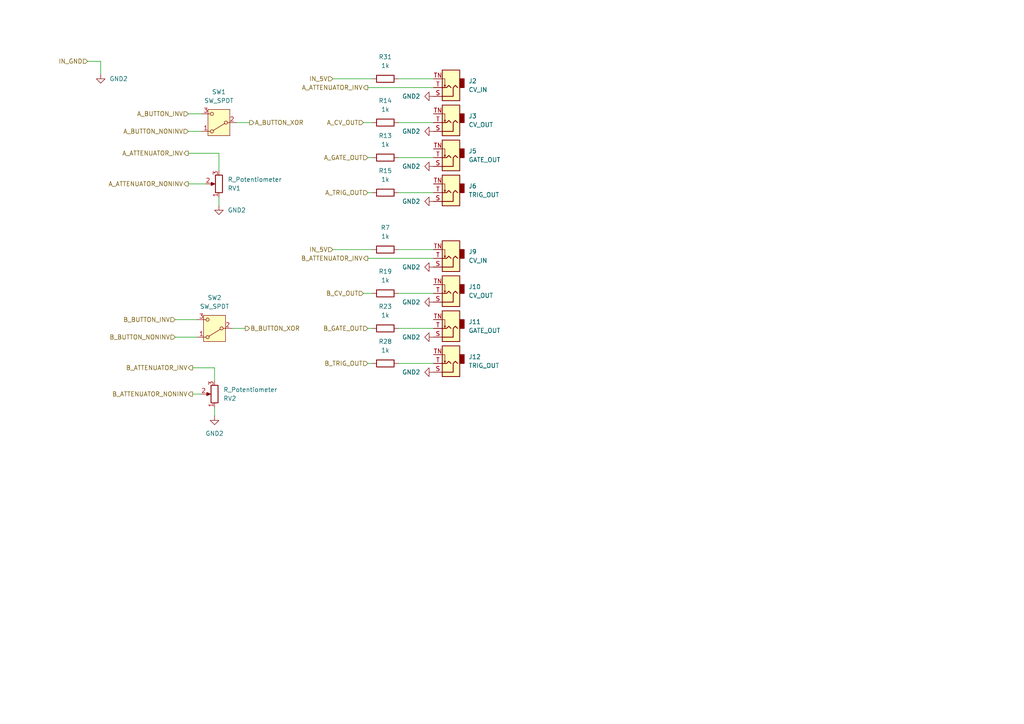
<source format=kicad_sch>
(kicad_sch (version 20231120) (generator "eeschema") (generator_version "8.0")
  (paper "A4")
  (lib_symbols
    (symbol "Connector_Audio:AudioJack2_SwitchT"
      (property "Reference" "J" (at 0 8.89 0))
      (property "Value" "AudioJack2_SwitchT" (at 0 6.35 0))
      (symbol "AudioJack2_SwitchT_0_1"
        (rectangle (start -2.54 0) (end -3.81 -2.54) (stroke (width 0.254)) (fill (type outline)))
        (polyline (pts (xy 1.778 -0.254) (xy 2.032 -0.762)))
        (polyline (pts (xy 0 0) (xy 0.635 -0.635) (xy 1.27 0) (xy 2.54 0)) (stroke (width 0.254)))
        (polyline (pts (xy 2.54 -2.54) (xy 1.778 -2.54) (xy 1.778 -0.254) (xy 1.524 -0.762)))
        (polyline (pts (xy 2.54 2.54) (xy -0.635 2.54) (xy -0.635 0) (xy -1.27 -0.635) (xy -1.905 0)) (stroke (width 0.254)))
        (rectangle (start 2.54 3.81) (end -2.54 -5.08) (stroke (width 0.254)) (fill (type background)))
      )
      (symbol "AudioJack2_SwitchT_1_1"
        (pin passive line (at 5.08 2.54 180) (length 2.54) (name "~") (number "S"))
        (pin passive line (at 5.08 0 180) (length 2.54) (name "~") (number "T"))
        (pin passive line (at 5.08 -2.54 180) (length 2.54) (name "~") (number "TN"))
      )
    )
    (symbol "Device:R" (pin_numbers hide) (pin_names (offset 0))
      (property "Reference" "R" (at 2.032 0 90))
      (property "Value" "R" (at 0 0 90))
      (symbol "R_0_1"
        (rectangle (start -1.016 -2.54) (end 1.016 2.54) (stroke (width 0.254)))
      )
      (symbol "R_1_1"
        (pin passive line (at 0 3.81 270) (length 1.27) (name "~") (number "1"))
        (pin passive line (at 0 -3.81 90) (length 1.27) (name "~") (number "2"))
      )
    )
    (symbol "Device:R_Potentiometer" (pin_names (offset 1.016) hide)
      (property "Reference" "RV" (at -4.445 0 90))
      (property "Value" "R_Potentiometer" (at -2.54 0 90))
      (symbol "R_Potentiometer_0_1"
        (polyline (pts (xy 2.54 0) (xy 1.524 0)))
        (polyline (pts (xy 1.143 0) (xy 2.286 0.508) (xy 2.286 -0.508) (xy 1.143 0)) (fill (type outline)))
        (rectangle (start 1.016 2.54) (end -1.016 -2.54) (stroke (width 0.254)))
      )
      (symbol "R_Potentiometer_1_1"
        (pin passive line (at 0 3.81 270) (length 1.27) (name "1") (number "1"))
        (pin passive line (at 3.81 0 180) (length 1.27) (name "2") (number "2"))
        (pin passive line (at 0 -3.81 90) (length 1.27) (name "3") (number "3"))
      )
    )
    (symbol "Switch:SW_SPDT" (pin_names (offset 0) hide)
      (property "Reference" "SW" (at 0 5.08 0))
      (property "Value" "SW_SPDT" (at 0 -5.08 0))
      (symbol "SW_SPDT_0_1"
        (circle (center -2.032 0) (radius 0.4572))
        (polyline (pts (xy -1.651 0.254) (xy 1.651 2.286)))
        (circle (center 2.032 -2.54) (radius 0.4572))
        (circle (center 2.032 2.54) (radius 0.4572))
      )
      (symbol "SW_SPDT_1_1"
        (rectangle (start -3.175 3.81) (end 3.175 -3.81) (fill (type background)))
        (pin passive line (at 5.08 2.54 180) (length 2.54) (name "A") (number "1"))
        (pin passive line (at -5.08 0 0) (length 2.54) (name "B") (number "2"))
        (pin passive line (at 5.08 -2.54 180) (length 2.54) (name "C") (number "3"))
      )
    )
    (symbol "power:GND2" (power) (pin_numbers hide) (pin_names (offset 0) hide)
      (property "Value" "GND2" (at 0 -3.81 0))
      (symbol "GND2_0_1"
        (polyline (pts (xy 0 0) (xy 0 -1.27) (xy 1.27 -1.27) (xy 0 -2.54) (xy -1.27 -1.27) (xy 0 -1.27)))
      )
      (symbol "GND2_1_1"
        (pin power_in line (at 0 0 270) (length 0) (name "~") (number "1"))
      )
    )
  )
  (wire (pts (xy 29.21 17.78) (xy 25.4 17.78)))
  (wire (pts (xy 63.5 44.45) (xy 63.5 49.53)))
  (wire (pts (xy 67.31 95.25) (xy 71.12 95.25)))
  (wire (pts (xy 62.23 118.11) (xy 62.23 120.65)))
  (wire (pts (xy 54.61 44.45) (xy 63.5 44.45)))
  (wire (pts (xy 115.57 85.09) (xy 125.73 85.09)))
  (wire (pts (xy 106.68 105.41) (xy 107.95 105.41)))
  (wire (pts (xy 106.68 74.93) (xy 125.73 74.93)))
  (wire (pts (xy 62.23 106.68) (xy 62.23 110.49)))
  (wire (pts (xy 54.61 38.1) (xy 58.42 38.1)))
  (wire (pts (xy 50.8 97.79) (xy 57.15 97.79)))
  (wire (pts (xy 125.73 25.4) (xy 106.68 25.4)))
  (wire (pts (xy 115.57 72.39) (xy 125.73 72.39)))
  (wire (pts (xy 63.5 57.15) (xy 63.5 59.69)))
  (wire (pts (xy 55.88 114.3) (xy 58.42 114.3)))
  (wire (pts (xy 115.57 95.25) (xy 125.73 95.25)))
  (wire (pts (xy 115.57 55.88) (xy 125.73 55.88)))
  (wire (pts (xy 115.57 105.41) (xy 125.73 105.41)))
  (wire (pts (xy 106.68 55.88) (xy 107.95 55.88)))
  (wire (pts (xy 96.52 72.39) (xy 107.95 72.39)))
  (wire (pts (xy 29.21 21.59) (xy 29.21 17.78)))
  (wire (pts (xy 115.57 35.56) (xy 125.73 35.56)))
  (wire (pts (xy 54.61 53.34) (xy 59.69 53.34)))
  (wire (pts (xy 107.95 35.56) (xy 105.41 35.56)))
  (wire (pts (xy 96.52 22.86) (xy 107.95 22.86)))
  (wire (pts (xy 115.57 22.86) (xy 125.73 22.86)))
  (wire (pts (xy 107.95 85.09) (xy 105.41 85.09)))
  (wire (pts (xy 115.57 45.72) (xy 125.73 45.72)))
  (wire (pts (xy 50.8 92.71) (xy 57.15 92.71)))
  (wire (pts (xy 106.68 95.25) (xy 107.95 95.25)))
  (wire (pts (xy 68.58 35.56) (xy 72.39 35.56)))
  (wire (pts (xy 54.61 33.02) (xy 58.42 33.02)))
  (wire (pts (xy 55.88 106.68) (xy 62.23 106.68)))
  (wire (pts (xy 106.68 45.72) (xy 107.95 45.72)))
  (hierarchical_label "IN_GND" (shape input) (at 25.4 17.78 180))
  (hierarchical_label "B_ATTENUATOR_INV" (shape output) (at 55.88 106.68 180))
  (hierarchical_label "A_BUTTON_INV" (shape input) (at 54.61 33.02 180))
  (hierarchical_label "B_TRIG_OUT" (shape input) (at 106.68 105.41 180))
  (hierarchical_label "A_ATTENUATOR_NONINV" (shape output) (at 54.61 53.34 180))
  (hierarchical_label "B_BUTTON_INV" (shape input) (at 50.8 92.71 180))
  (hierarchical_label "A_ATTENUATOR_INV" (shape output) (at 106.68 25.4 180))
  (hierarchical_label "B_ATTENUATOR_NONINV" (shape output) (at 55.88 114.3 180))
  (hierarchical_label "A_ATTENUATOR_INV" (shape output) (at 54.61 44.45 180))
  (hierarchical_label "A_TRIG_OUT" (shape input) (at 106.68 55.88 180))
  (hierarchical_label "IN_5V" (shape input) (at 96.52 72.39 180))
  (hierarchical_label "A_CV_OUT" (shape input) (at 105.41 35.56 180))
  (hierarchical_label "B_ATTENUATOR_INV" (shape output) (at 106.68 74.93 180))
  (hierarchical_label "IN_5V" (shape input) (at 96.52 22.86 180))
  (hierarchical_label "A_BUTTON_NONINV" (shape input) (at 54.61 38.1 180))
  (hierarchical_label "A_GATE_OUT" (shape input) (at 106.68 45.72 180))
  (hierarchical_label "B_CV_OUT" (shape input) (at 105.41 85.09 180))
  (hierarchical_label "B_BUTTON_XOR" (shape output) (at 71.12 95.25 0))
  (hierarchical_label "B_BUTTON_NONINV" (shape input) (at 50.8 97.79 180))
  (hierarchical_label "B_GATE_OUT" (shape input) (at 106.68 95.25 180))
  (hierarchical_label "A_BUTTON_XOR" (shape output) (at 72.39 35.56 0))
  (symbol (lib_id "power:GND2") (at 62.23 120.65 0) (unit 1)
    (property "Reference" "#PWR013" (effects (hide yes)))
    (property "Value" "GND2" (at 62.23 125.73 0))
    (property "Description" "Power symbol creates a global label with name \"GND2\" , ground" (effects (hide yes)))
  )
  (symbol (lib_id "Device:R") (at 111.76 35.56 270) (unit 1)
    (property "Reference" "R14" (at 111.76 29.21 90))
    (property "Value" "1k" (at 111.76 31.75 90))
    (property "Footprint" "Resistor_SMD:R_0603_1608Metric" (effects (hide yes)))
    (property "Description" "Resistor" (effects (hide yes)))
  )
  (symbol (lib_id "power:GND2") (at 125.73 87.63 270) (unit 1)
    (property "Reference" "#PWR016" (effects (hide yes)))
    (property "Value" "GND2" (at 121.92 87.6299 90) (effects (justify right)))
    (property "Description" "Power symbol creates a global label with name \"GND2\" , ground" (effects (hide yes)))
  )
  (symbol (lib_id "Device:R_Potentiometer") (at 62.23 114.3 180) (unit 1)
    (property "Reference" "RV2" (at 64.77 115.5701 0) (effects (justify right)))
    (property "Value" "R_Potentiometer" (at 64.77 113.0301 0) (effects (justify right)))
    (property "Footprint" "mouser:RD901F4015R1B10K00DL1" (effects (hide yes)))
    (property "Description" "Potentiometer" (effects (hide yes)))
  )
  (symbol (lib_id "Switch:SW_SPDT") (at 63.5 35.56 180) (unit 1)
    (property "Reference" "SW1" (at 63.5 26.67 0))
    (property "Value" "SW_SPDT" (at 63.5 29.21 0))
    (property "Footprint" "mouser:200MSP1T1B1M2QE" (effects (hide yes)))
    (property "Description" "Switch, single pole double throw" (effects (hide yes)))
  )
  (symbol (lib_id "power:GND2") (at 125.73 107.95 270) (unit 1)
    (property "Reference" "#PWR018" (effects (hide yes)))
    (property "Value" "GND2" (at 121.92 107.9499 90) (effects (justify right)))
    (property "Description" "Power symbol creates a global label with name \"GND2\" , ground" (effects (hide yes)))
  )
  (symbol (lib_id "power:GND2") (at 125.73 58.42 270) (unit 1)
    (property "Reference" "#PWR011" (effects (hide yes)))
    (property "Value" "GND2" (at 121.92 58.4199 90) (effects (justify right)))
    (property "Description" "Power symbol creates a global label with name \"GND2\" , ground" (effects (hide yes)))
  )
  (symbol (lib_id "Device:R") (at 111.76 85.09 270) (unit 1)
    (property "Reference" "R19" (at 111.76 78.74 90))
    (property "Value" "1k" (at 111.76 81.28 90))
    (property "Footprint" "Resistor_SMD:R_0603_1608Metric" (effects (hide yes)))
    (property "Description" "Resistor" (effects (hide yes)))
  )
  (symbol (lib_id "power:GND2") (at 125.73 38.1 270) (unit 1)
    (property "Reference" "#PWR09" (effects (hide yes)))
    (property "Value" "GND2" (at 121.92 38.0999 90) (effects (justify right)))
    (property "Description" "Power symbol creates a global label with name \"GND2\" , ground" (effects (hide yes)))
  )
  (symbol (lib_id "Switch:SW_SPDT") (at 62.23 95.25 180) (unit 1)
    (property "Reference" "SW2" (at 62.23 86.36 0))
    (property "Value" "SW_SPDT" (at 62.23 88.9 0))
    (property "Footprint" "mouser:200MSP1T1B1M2QE" (effects (hide yes)))
    (property "Description" "Switch, single pole double throw" (effects (hide yes)))
  )
  (symbol (lib_id "Device:R") (at 111.76 72.39 90) (unit 1)
    (property "Reference" "R7" (at 111.76 66.04 90))
    (property "Value" "1k" (at 111.76 68.58 90))
    (property "Footprint" "Resistor_SMD:R_0603_1608Metric" (effects (hide yes)))
    (property "Description" "Resistor" (effects (hide yes)))
  )
  (symbol (lib_id "power:GND2") (at 29.21 21.59 0) (unit 1)
    (property "Reference" "#PWR06" (effects (hide yes)))
    (property "Value" "GND2" (at 31.75 22.8599 0) (effects (justify left)))
    (property "Description" "Power symbol creates a global label with name \"GND2\" , ground" (effects (hide yes)))
  )
  (symbol (lib_id "Connector_Audio:AudioJack2_SwitchT") (at 130.81 35.56 180) (unit 1)
    (property "Reference" "J3" (at 135.89 33.6549 0) (effects (justify right)))
    (property "Value" "CV_OUT" (at 135.89 36.1949 0) (effects (justify right)))
    (property "Footprint" "Connector_Audio:Jack_3.5mm_QingPu_WQP-PJ398SM_Vertical_CircularHoles" (effects (hide yes)))
    (property "Description" "Audio Jack, 2 Poles (Mono / TS), Switched T Pole (Normalling)" (effects (hide yes)))
  )
  (symbol (lib_id "power:GND2") (at 125.73 27.94 270) (unit 1)
    (property "Reference" "#PWR08" (effects (hide yes)))
    (property "Value" "GND2" (at 121.92 27.9399 90) (effects (justify right)))
    (property "Description" "Power symbol creates a global label with name \"GND2\" , ground" (effects (hide yes)))
  )
  (symbol (lib_id "Connector_Audio:AudioJack2_SwitchT") (at 130.81 85.09 180) (unit 1)
    (property "Reference" "J10" (at 135.89 83.1849 0) (effects (justify right)))
    (property "Value" "CV_OUT" (at 135.89 85.7249 0) (effects (justify right)))
    (property "Footprint" "Connector_Audio:Jack_3.5mm_QingPu_WQP-PJ398SM_Vertical_CircularHoles" (effects (hide yes)))
    (property "Description" "Audio Jack, 2 Poles (Mono / TS), Switched T Pole (Normalling)" (effects (hide yes)))
  )
  (symbol (lib_id "power:GND2") (at 125.73 48.26 270) (unit 1)
    (property "Reference" "#PWR010" (effects (hide yes)))
    (property "Value" "GND2" (at 121.92 48.2599 90) (effects (justify right)))
    (property "Description" "Power symbol creates a global label with name \"GND2\" , ground" (effects (hide yes)))
  )
  (symbol (lib_id "Connector_Audio:AudioJack2_SwitchT") (at 130.81 95.25 180) (unit 1)
    (property "Reference" "J11" (at 135.89 93.3449 0) (effects (justify right)))
    (property "Value" "GATE_OUT" (at 135.89 95.8849 0) (effects (justify right)))
    (property "Footprint" "Connector_Audio:Jack_3.5mm_QingPu_WQP-PJ398SM_Vertical_CircularHoles" (effects (hide yes)))
    (property "Description" "Audio Jack, 2 Poles (Mono / TS), Switched T Pole (Normalling)" (effects (hide yes)))
  )
  (symbol (lib_id "Device:R") (at 111.76 45.72 90) (unit 1)
    (property "Reference" "R13" (at 111.76 39.37 90))
    (property "Value" "1k" (at 111.76 41.91 90))
    (property "Footprint" "Resistor_SMD:R_0603_1608Metric" (effects (hide yes)))
    (property "Description" "Resistor" (effects (hide yes)))
  )
  (symbol (lib_id "Device:R") (at 111.76 22.86 90) (unit 1)
    (property "Reference" "R31" (at 111.76 16.51 90))
    (property "Value" "1k" (at 111.76 19.05 90))
    (property "Footprint" "Resistor_SMD:R_0603_1608Metric" (effects (hide yes)))
    (property "Description" "Resistor" (effects (hide yes)))
  )
  (symbol (lib_id "Connector_Audio:AudioJack2_SwitchT") (at 130.81 105.41 180) (unit 1)
    (property "Reference" "J12" (at 135.89 103.5049 0) (effects (justify right)))
    (property "Value" "TRIG_OUT" (at 135.89 106.0449 0) (effects (justify right)))
    (property "Footprint" "Connector_Audio:Jack_3.5mm_QingPu_WQP-PJ398SM_Vertical_CircularHoles" (effects (hide yes)))
    (property "Description" "Audio Jack, 2 Poles (Mono / TS), Switched T Pole (Normalling)" (effects (hide yes)))
  )
  (symbol (lib_id "Connector_Audio:AudioJack2_SwitchT") (at 130.81 55.88 180) (unit 1)
    (property "Reference" "J6" (at 135.89 53.9749 0) (effects (justify right)))
    (property "Value" "TRIG_OUT" (at 135.89 56.5149 0) (effects (justify right)))
    (property "Footprint" "Connector_Audio:Jack_3.5mm_QingPu_WQP-PJ398SM_Vertical_CircularHoles" (effects (hide yes)))
    (property "Description" "Audio Jack, 2 Poles (Mono / TS), Switched T Pole (Normalling)" (effects (hide yes)))
  )
  (symbol (lib_id "power:GND2") (at 125.73 97.79 270) (unit 1)
    (property "Reference" "#PWR017" (effects (hide yes)))
    (property "Value" "GND2" (at 121.92 97.7899 90) (effects (justify right)))
    (property "Description" "Power symbol creates a global label with name \"GND2\" , ground" (effects (hide yes)))
  )
  (symbol (lib_id "Connector_Audio:AudioJack2_SwitchT") (at 130.81 74.93 180) (unit 1)
    (property "Reference" "J9" (at 135.89 73.0249 0) (effects (justify right)))
    (property "Value" "CV_IN" (at 135.89 75.5649 0) (effects (justify right)))
    (property "Footprint" "Connector_Audio:Jack_3.5mm_QingPu_WQP-PJ398SM_Vertical_CircularHoles" (effects (hide yes)))
    (property "Description" "Audio Jack, 2 Poles (Mono / TS), Switched T Pole (Normalling)" (effects (hide yes)))
  )
  (symbol (lib_id "Device:R") (at 111.76 55.88 90) (unit 1)
    (property "Reference" "R15" (at 111.76 49.53 90))
    (property "Value" "1k" (at 111.76 52.07 90))
    (property "Footprint" "Resistor_SMD:R_0603_1608Metric" (effects (hide yes)))
    (property "Description" "Resistor" (effects (hide yes)))
  )
  (symbol (lib_id "power:GND2") (at 125.73 77.47 270) (unit 1)
    (property "Reference" "#PWR015" (effects (hide yes)))
    (property "Value" "GND2" (at 121.92 77.4699 90) (effects (justify right)))
    (property "Description" "Power symbol creates a global label with name \"GND2\" , ground" (effects (hide yes)))
  )
  (symbol (lib_id "Device:R_Potentiometer") (at 63.5 53.34 180) (unit 1)
    (property "Reference" "RV1" (at 66.04 54.6101 0) (effects (justify right)))
    (property "Value" "R_Potentiometer" (at 66.04 52.0701 0) (effects (justify right)))
    (property "Footprint" "mouser:RD901F4015R1B10K00DL1" (effects (hide yes)))
    (property "Description" "Potentiometer" (effects (hide yes)))
  )
  (symbol (lib_id "Device:R") (at 111.76 95.25 90) (unit 1)
    (property "Reference" "R23" (at 111.76 88.9 90))
    (property "Value" "1k" (at 111.76 91.44 90))
    (property "Footprint" "Resistor_SMD:R_0603_1608Metric" (effects (hide yes)))
    (property "Description" "Resistor" (effects (hide yes)))
  )
  (symbol (lib_id "Device:R") (at 111.76 105.41 90) (unit 1)
    (property "Reference" "R28" (at 111.76 99.06 90))
    (property "Value" "1k" (at 111.76 101.6 90))
    (property "Footprint" "Resistor_SMD:R_0603_1608Metric" (effects (hide yes)))
    (property "Description" "Resistor" (effects (hide yes)))
  )
  (symbol (lib_id "Connector_Audio:AudioJack2_SwitchT") (at 130.81 45.72 180) (unit 1)
    (property "Reference" "J5" (at 135.89 43.8149 0) (effects (justify right)))
    (property "Value" "GATE_OUT" (at 135.89 46.3549 0) (effects (justify right)))
    (property "Footprint" "Connector_Audio:Jack_3.5mm_QingPu_WQP-PJ398SM_Vertical_CircularHoles" (effects (hide yes)))
    (property "Description" "Audio Jack, 2 Poles (Mono / TS), Switched T Pole (Normalling)" (effects (hide yes)))
  )
  (symbol (lib_id "Connector_Audio:AudioJack2_SwitchT") (at 130.81 25.4 180) (unit 1)
    (property "Reference" "J2" (at 135.89 23.4949 0) (effects (justify right)))
    (property "Value" "CV_IN" (at 135.89 26.0349 0) (effects (justify right)))
    (property "Footprint" "Connector_Audio:Jack_3.5mm_QingPu_WQP-PJ398SM_Vertical_CircularHoles" (effects (hide yes)))
    (property "Description" "Audio Jack, 2 Poles (Mono / TS), Switched T Pole (Normalling)" (effects (hide yes)))
  )
  (symbol (lib_id "power:GND2") (at 63.5 59.69 0) (unit 1)
    (property "Reference" "#PWR03" (effects (hide yes)))
    (property "Value" "GND2" (at 66.04 60.9599 0) (effects (justify left)))
    (property "Description" "Power symbol creates a global label with name \"GND2\" , ground" (effects (hide yes)))
  )
)
</source>
